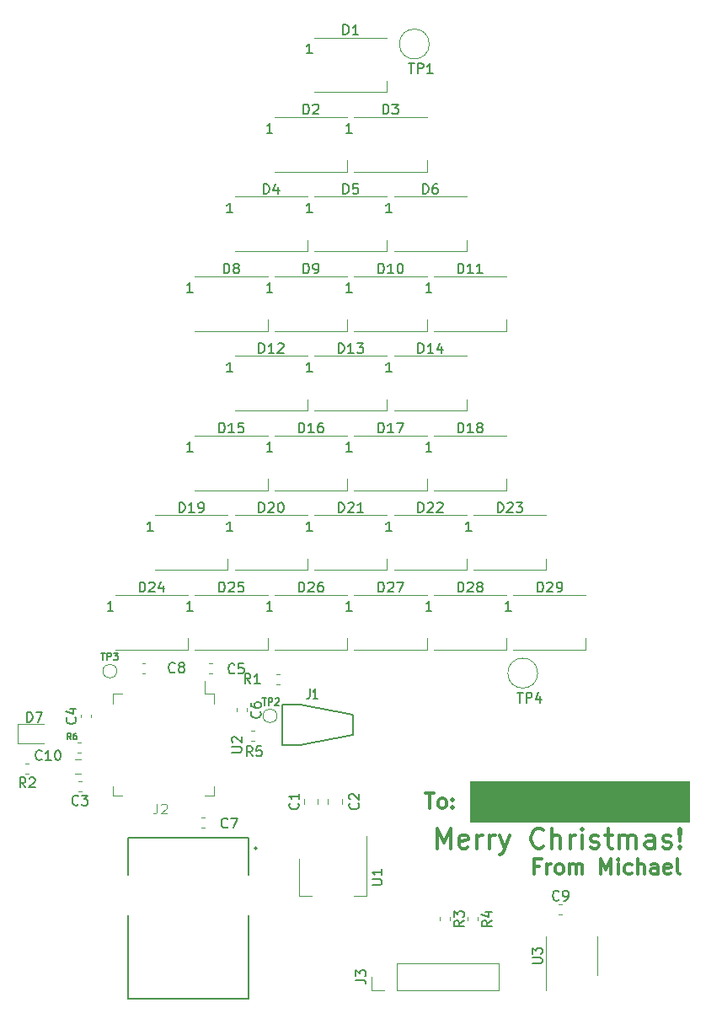
<source format=gbr>
%TF.GenerationSoftware,KiCad,Pcbnew,5.1.6-1.fc32*%
%TF.CreationDate,2020-11-21T02:42:39+01:00*%
%TF.ProjectId,christmas-card,63687269-7374-46d6-9173-2d636172642e,rev?*%
%TF.SameCoordinates,Original*%
%TF.FileFunction,Legend,Top*%
%TF.FilePolarity,Positive*%
%FSLAX46Y46*%
G04 Gerber Fmt 4.6, Leading zero omitted, Abs format (unit mm)*
G04 Created by KiCad (PCBNEW 5.1.6-1.fc32) date 2020-11-21 02:42:39*
%MOMM*%
%LPD*%
G01*
G04 APERTURE LIST*
%ADD10C,0.100000*%
%ADD11C,0.300000*%
%ADD12C,0.120000*%
%ADD13C,0.200000*%
%ADD14C,0.203200*%
%ADD15C,0.150000*%
%ADD16C,0.015000*%
%ADD17C,0.190500*%
G04 APERTURE END LIST*
D10*
G36*
X169000000Y-152000000D02*
G01*
X147000000Y-152000000D01*
X147000000Y-148000000D01*
X169000000Y-148000000D01*
X169000000Y-152000000D01*
G37*
X169000000Y-152000000D02*
X147000000Y-152000000D01*
X147000000Y-148000000D01*
X169000000Y-148000000D01*
X169000000Y-152000000D01*
D11*
X153950000Y-156492857D02*
X153450000Y-156492857D01*
X153450000Y-157278571D02*
X153450000Y-155778571D01*
X154164285Y-155778571D01*
X154735714Y-157278571D02*
X154735714Y-156278571D01*
X154735714Y-156564285D02*
X154807142Y-156421428D01*
X154878571Y-156350000D01*
X155021428Y-156278571D01*
X155164285Y-156278571D01*
X155878571Y-157278571D02*
X155735714Y-157207142D01*
X155664285Y-157135714D01*
X155592857Y-156992857D01*
X155592857Y-156564285D01*
X155664285Y-156421428D01*
X155735714Y-156350000D01*
X155878571Y-156278571D01*
X156092857Y-156278571D01*
X156235714Y-156350000D01*
X156307142Y-156421428D01*
X156378571Y-156564285D01*
X156378571Y-156992857D01*
X156307142Y-157135714D01*
X156235714Y-157207142D01*
X156092857Y-157278571D01*
X155878571Y-157278571D01*
X157021428Y-157278571D02*
X157021428Y-156278571D01*
X157021428Y-156421428D02*
X157092857Y-156350000D01*
X157235714Y-156278571D01*
X157450000Y-156278571D01*
X157592857Y-156350000D01*
X157664285Y-156492857D01*
X157664285Y-157278571D01*
X157664285Y-156492857D02*
X157735714Y-156350000D01*
X157878571Y-156278571D01*
X158092857Y-156278571D01*
X158235714Y-156350000D01*
X158307142Y-156492857D01*
X158307142Y-157278571D01*
X160164285Y-157278571D02*
X160164285Y-155778571D01*
X160664285Y-156850000D01*
X161164285Y-155778571D01*
X161164285Y-157278571D01*
X161878571Y-157278571D02*
X161878571Y-156278571D01*
X161878571Y-155778571D02*
X161807142Y-155850000D01*
X161878571Y-155921428D01*
X161950000Y-155850000D01*
X161878571Y-155778571D01*
X161878571Y-155921428D01*
X163235714Y-157207142D02*
X163092857Y-157278571D01*
X162807142Y-157278571D01*
X162664285Y-157207142D01*
X162592857Y-157135714D01*
X162521428Y-156992857D01*
X162521428Y-156564285D01*
X162592857Y-156421428D01*
X162664285Y-156350000D01*
X162807142Y-156278571D01*
X163092857Y-156278571D01*
X163235714Y-156350000D01*
X163878571Y-157278571D02*
X163878571Y-155778571D01*
X164521428Y-157278571D02*
X164521428Y-156492857D01*
X164450000Y-156350000D01*
X164307142Y-156278571D01*
X164092857Y-156278571D01*
X163950000Y-156350000D01*
X163878571Y-156421428D01*
X165878571Y-157278571D02*
X165878571Y-156492857D01*
X165807142Y-156350000D01*
X165664285Y-156278571D01*
X165378571Y-156278571D01*
X165235714Y-156350000D01*
X165878571Y-157207142D02*
X165735714Y-157278571D01*
X165378571Y-157278571D01*
X165235714Y-157207142D01*
X165164285Y-157064285D01*
X165164285Y-156921428D01*
X165235714Y-156778571D01*
X165378571Y-156707142D01*
X165735714Y-156707142D01*
X165878571Y-156635714D01*
X167164285Y-157207142D02*
X167021428Y-157278571D01*
X166735714Y-157278571D01*
X166592857Y-157207142D01*
X166521428Y-157064285D01*
X166521428Y-156492857D01*
X166592857Y-156350000D01*
X166735714Y-156278571D01*
X167021428Y-156278571D01*
X167164285Y-156350000D01*
X167235714Y-156492857D01*
X167235714Y-156635714D01*
X166521428Y-156778571D01*
X168092857Y-157278571D02*
X167950000Y-157207142D01*
X167878571Y-157064285D01*
X167878571Y-155778571D01*
X142535714Y-149178571D02*
X143392857Y-149178571D01*
X142964285Y-150678571D02*
X142964285Y-149178571D01*
X144107142Y-150678571D02*
X143964285Y-150607142D01*
X143892857Y-150535714D01*
X143821428Y-150392857D01*
X143821428Y-149964285D01*
X143892857Y-149821428D01*
X143964285Y-149750000D01*
X144107142Y-149678571D01*
X144321428Y-149678571D01*
X144464285Y-149750000D01*
X144535714Y-149821428D01*
X144607142Y-149964285D01*
X144607142Y-150392857D01*
X144535714Y-150535714D01*
X144464285Y-150607142D01*
X144321428Y-150678571D01*
X144107142Y-150678571D01*
X145250000Y-150535714D02*
X145321428Y-150607142D01*
X145250000Y-150678571D01*
X145178571Y-150607142D01*
X145250000Y-150535714D01*
X145250000Y-150678571D01*
X145250000Y-149750000D02*
X145321428Y-149821428D01*
X145250000Y-149892857D01*
X145178571Y-149821428D01*
X145250000Y-149750000D01*
X145250000Y-149892857D01*
X143709523Y-154704761D02*
X143709523Y-152704761D01*
X144376190Y-154133333D01*
X145042857Y-152704761D01*
X145042857Y-154704761D01*
X146757142Y-154609523D02*
X146566666Y-154704761D01*
X146185714Y-154704761D01*
X145995238Y-154609523D01*
X145900000Y-154419047D01*
X145900000Y-153657142D01*
X145995238Y-153466666D01*
X146185714Y-153371428D01*
X146566666Y-153371428D01*
X146757142Y-153466666D01*
X146852380Y-153657142D01*
X146852380Y-153847619D01*
X145900000Y-154038095D01*
X147709523Y-154704761D02*
X147709523Y-153371428D01*
X147709523Y-153752380D02*
X147804761Y-153561904D01*
X147900000Y-153466666D01*
X148090476Y-153371428D01*
X148280952Y-153371428D01*
X148947619Y-154704761D02*
X148947619Y-153371428D01*
X148947619Y-153752380D02*
X149042857Y-153561904D01*
X149138095Y-153466666D01*
X149328571Y-153371428D01*
X149519047Y-153371428D01*
X149995238Y-153371428D02*
X150471428Y-154704761D01*
X150947619Y-153371428D02*
X150471428Y-154704761D01*
X150280952Y-155180952D01*
X150185714Y-155276190D01*
X149995238Y-155371428D01*
X154376190Y-154514285D02*
X154280952Y-154609523D01*
X153995238Y-154704761D01*
X153804761Y-154704761D01*
X153519047Y-154609523D01*
X153328571Y-154419047D01*
X153233333Y-154228571D01*
X153138095Y-153847619D01*
X153138095Y-153561904D01*
X153233333Y-153180952D01*
X153328571Y-152990476D01*
X153519047Y-152800000D01*
X153804761Y-152704761D01*
X153995238Y-152704761D01*
X154280952Y-152800000D01*
X154376190Y-152895238D01*
X155233333Y-154704761D02*
X155233333Y-152704761D01*
X156090476Y-154704761D02*
X156090476Y-153657142D01*
X155995238Y-153466666D01*
X155804761Y-153371428D01*
X155519047Y-153371428D01*
X155328571Y-153466666D01*
X155233333Y-153561904D01*
X157042857Y-154704761D02*
X157042857Y-153371428D01*
X157042857Y-153752380D02*
X157138095Y-153561904D01*
X157233333Y-153466666D01*
X157423809Y-153371428D01*
X157614285Y-153371428D01*
X158280952Y-154704761D02*
X158280952Y-153371428D01*
X158280952Y-152704761D02*
X158185714Y-152800000D01*
X158280952Y-152895238D01*
X158376190Y-152800000D01*
X158280952Y-152704761D01*
X158280952Y-152895238D01*
X159138095Y-154609523D02*
X159328571Y-154704761D01*
X159709523Y-154704761D01*
X159900000Y-154609523D01*
X159995238Y-154419047D01*
X159995238Y-154323809D01*
X159900000Y-154133333D01*
X159709523Y-154038095D01*
X159423809Y-154038095D01*
X159233333Y-153942857D01*
X159138095Y-153752380D01*
X159138095Y-153657142D01*
X159233333Y-153466666D01*
X159423809Y-153371428D01*
X159709523Y-153371428D01*
X159900000Y-153466666D01*
X160566666Y-153371428D02*
X161328571Y-153371428D01*
X160852380Y-152704761D02*
X160852380Y-154419047D01*
X160947619Y-154609523D01*
X161138095Y-154704761D01*
X161328571Y-154704761D01*
X161995238Y-154704761D02*
X161995238Y-153371428D01*
X161995238Y-153561904D02*
X162090476Y-153466666D01*
X162280952Y-153371428D01*
X162566666Y-153371428D01*
X162757142Y-153466666D01*
X162852380Y-153657142D01*
X162852380Y-154704761D01*
X162852380Y-153657142D02*
X162947619Y-153466666D01*
X163138095Y-153371428D01*
X163423809Y-153371428D01*
X163614285Y-153466666D01*
X163709523Y-153657142D01*
X163709523Y-154704761D01*
X165519047Y-154704761D02*
X165519047Y-153657142D01*
X165423809Y-153466666D01*
X165233333Y-153371428D01*
X164852380Y-153371428D01*
X164661904Y-153466666D01*
X165519047Y-154609523D02*
X165328571Y-154704761D01*
X164852380Y-154704761D01*
X164661904Y-154609523D01*
X164566666Y-154419047D01*
X164566666Y-154228571D01*
X164661904Y-154038095D01*
X164852380Y-153942857D01*
X165328571Y-153942857D01*
X165519047Y-153847619D01*
X166376190Y-154609523D02*
X166566666Y-154704761D01*
X166947619Y-154704761D01*
X167138095Y-154609523D01*
X167233333Y-154419047D01*
X167233333Y-154323809D01*
X167138095Y-154133333D01*
X166947619Y-154038095D01*
X166661904Y-154038095D01*
X166471428Y-153942857D01*
X166376190Y-153752380D01*
X166376190Y-153657142D01*
X166471428Y-153466666D01*
X166661904Y-153371428D01*
X166947619Y-153371428D01*
X167138095Y-153466666D01*
X168090476Y-154514285D02*
X168185714Y-154609523D01*
X168090476Y-154704761D01*
X167995238Y-154609523D01*
X168090476Y-154514285D01*
X168090476Y-154704761D01*
X168090476Y-153942857D02*
X167995238Y-152800000D01*
X168090476Y-152704761D01*
X168185714Y-152800000D01*
X168090476Y-153942857D01*
X168090476Y-152704761D01*
D12*
%TO.C,C9*%
X155937221Y-160290000D02*
X156262779Y-160290000D01*
X155937221Y-161310000D02*
X156262779Y-161310000D01*
%TO.C,U3*%
X159760000Y-165500000D02*
X159760000Y-163550000D01*
X159760000Y-165500000D02*
X159760000Y-167450000D01*
X154640000Y-165500000D02*
X154640000Y-163550000D01*
X154640000Y-165500000D02*
X154640000Y-168950000D01*
%TO.C,TP3*%
X111500000Y-136900000D02*
G75*
G03*
X111500000Y-136900000I-700000J0D01*
G01*
%TO.C,TP2*%
X127600000Y-141400000D02*
G75*
G03*
X127600000Y-141400000I-700000J0D01*
G01*
%TO.C,TP4*%
X153800000Y-137100000D02*
G75*
G03*
X153800000Y-137100000I-1500000J0D01*
G01*
%TO.C,TP1*%
X142900000Y-73900000D02*
G75*
G03*
X142900000Y-73900000I-1500000J0D01*
G01*
%TO.C,R6*%
X107862779Y-145110000D02*
X107537221Y-145110000D01*
X107862779Y-144090000D02*
X107537221Y-144090000D01*
%TO.C,R5*%
X125037221Y-142890000D02*
X125362779Y-142890000D01*
X125037221Y-143910000D02*
X125362779Y-143910000D01*
%TO.C,R4*%
X147810000Y-161637221D02*
X147810000Y-161962779D01*
X146790000Y-161637221D02*
X146790000Y-161962779D01*
%TO.C,R3*%
X145010000Y-161637221D02*
X145010000Y-161962779D01*
X143990000Y-161637221D02*
X143990000Y-161962779D01*
%TO.C,U2*%
X111090000Y-148460000D02*
X111090000Y-149410000D01*
X111090000Y-149410000D02*
X112040000Y-149410000D01*
X111090000Y-140140000D02*
X111090000Y-139190000D01*
X111090000Y-139190000D02*
X112040000Y-139190000D01*
X121310000Y-148460000D02*
X121310000Y-149410000D01*
X121310000Y-149410000D02*
X120360000Y-149410000D01*
X121310000Y-140140000D02*
X121310000Y-139190000D01*
X121310000Y-139190000D02*
X120360000Y-139190000D01*
X120360000Y-139190000D02*
X120360000Y-137850000D01*
%TO.C,U1*%
X129790000Y-159510000D02*
X131050000Y-159510000D01*
X136610000Y-159510000D02*
X135350000Y-159510000D01*
X129790000Y-155750000D02*
X129790000Y-159510000D01*
X136610000Y-153500000D02*
X136610000Y-159510000D01*
%TO.C,R2*%
X102662779Y-147210000D02*
X102337221Y-147210000D01*
X102662779Y-146190000D02*
X102337221Y-146190000D01*
%TO.C,R1*%
X127862779Y-138210000D02*
X127537221Y-138210000D01*
X127862779Y-137190000D02*
X127537221Y-137190000D01*
D13*
%TO.C,J2*%
X112650000Y-153600000D02*
X124750000Y-153600000D01*
X124750000Y-153600000D02*
X124750000Y-157390000D01*
X124750000Y-161410000D02*
X124750000Y-169800000D01*
X124750000Y-169800000D02*
X112650000Y-169800000D01*
X112650000Y-169800000D02*
X112650000Y-161410000D01*
X112650000Y-157390000D02*
X112650000Y-153600000D01*
X125550000Y-154700000D02*
G75*
G03*
X125550000Y-154700000I-100000J0D01*
G01*
D12*
%TO.C,J3*%
X149890000Y-168930000D02*
X149890000Y-166270000D01*
X139670000Y-168930000D02*
X149890000Y-168930000D01*
X139670000Y-166270000D02*
X149890000Y-166270000D01*
X139670000Y-168930000D02*
X139670000Y-166270000D01*
X138400000Y-168930000D02*
X137070000Y-168930000D01*
X137070000Y-168930000D02*
X137070000Y-167600000D01*
D14*
%TO.C,J1*%
X129882000Y-140268000D02*
X135216000Y-141284000D01*
X128104000Y-140268000D02*
X129882000Y-140268000D01*
X128104000Y-144332000D02*
X128104000Y-140268000D01*
X129882000Y-144332000D02*
X128104000Y-144332000D01*
X135216000Y-143316000D02*
X129882000Y-144332000D01*
X135216000Y-141284000D02*
X135216000Y-143316000D01*
D12*
%TO.C,D29*%
X151350000Y-129250000D02*
X158650000Y-129250000D01*
X151350000Y-134750000D02*
X158650000Y-134750000D01*
X158650000Y-134750000D02*
X158650000Y-133600000D01*
%TO.C,D23*%
X147350000Y-121250000D02*
X154650000Y-121250000D01*
X147350000Y-126750000D02*
X154650000Y-126750000D01*
X154650000Y-126750000D02*
X154650000Y-125600000D01*
%TO.C,D28*%
X143350000Y-129250000D02*
X150650000Y-129250000D01*
X143350000Y-134750000D02*
X150650000Y-134750000D01*
X150650000Y-134750000D02*
X150650000Y-133600000D01*
%TO.C,D18*%
X143350000Y-113250000D02*
X150650000Y-113250000D01*
X143350000Y-118750000D02*
X150650000Y-118750000D01*
X150650000Y-118750000D02*
X150650000Y-117600000D01*
%TO.C,D11*%
X143350000Y-97250000D02*
X150650000Y-97250000D01*
X143350000Y-102750000D02*
X150650000Y-102750000D01*
X150650000Y-102750000D02*
X150650000Y-101600000D01*
%TO.C,D14*%
X139350000Y-105250000D02*
X146650000Y-105250000D01*
X139350000Y-110750000D02*
X146650000Y-110750000D01*
X146650000Y-110750000D02*
X146650000Y-109600000D01*
%TO.C,D22*%
X139350000Y-121250000D02*
X146650000Y-121250000D01*
X139350000Y-126750000D02*
X146650000Y-126750000D01*
X146650000Y-126750000D02*
X146650000Y-125600000D01*
%TO.C,D6*%
X139350000Y-89250000D02*
X146650000Y-89250000D01*
X139350000Y-94750000D02*
X146650000Y-94750000D01*
X146650000Y-94750000D02*
X146650000Y-93600000D01*
%TO.C,D27*%
X135350000Y-129250000D02*
X142650000Y-129250000D01*
X135350000Y-134750000D02*
X142650000Y-134750000D01*
X142650000Y-134750000D02*
X142650000Y-133600000D01*
%TO.C,D17*%
X135350000Y-113250000D02*
X142650000Y-113250000D01*
X135350000Y-118750000D02*
X142650000Y-118750000D01*
X142650000Y-118750000D02*
X142650000Y-117600000D01*
%TO.C,D10*%
X135350000Y-97250000D02*
X142650000Y-97250000D01*
X135350000Y-102750000D02*
X142650000Y-102750000D01*
X142650000Y-102750000D02*
X142650000Y-101600000D01*
%TO.C,D3*%
X135350000Y-81250000D02*
X142650000Y-81250000D01*
X135350000Y-86750000D02*
X142650000Y-86750000D01*
X142650000Y-86750000D02*
X142650000Y-85600000D01*
%TO.C,D21*%
X131350000Y-121250000D02*
X138650000Y-121250000D01*
X131350000Y-126750000D02*
X138650000Y-126750000D01*
X138650000Y-126750000D02*
X138650000Y-125600000D01*
%TO.C,D13*%
X131350000Y-105250000D02*
X138650000Y-105250000D01*
X131350000Y-110750000D02*
X138650000Y-110750000D01*
X138650000Y-110750000D02*
X138650000Y-109600000D01*
%TO.C,D5*%
X131350000Y-89250000D02*
X138650000Y-89250000D01*
X131350000Y-94750000D02*
X138650000Y-94750000D01*
X138650000Y-94750000D02*
X138650000Y-93600000D01*
%TO.C,D1*%
X131350000Y-73250000D02*
X138650000Y-73250000D01*
X131350000Y-78750000D02*
X138650000Y-78750000D01*
X138650000Y-78750000D02*
X138650000Y-77600000D01*
%TO.C,D26*%
X127350000Y-129250000D02*
X134650000Y-129250000D01*
X127350000Y-134750000D02*
X134650000Y-134750000D01*
X134650000Y-134750000D02*
X134650000Y-133600000D01*
%TO.C,D16*%
X127350000Y-113250000D02*
X134650000Y-113250000D01*
X127350000Y-118750000D02*
X134650000Y-118750000D01*
X134650000Y-118750000D02*
X134650000Y-117600000D01*
%TO.C,D9*%
X127350000Y-97250000D02*
X134650000Y-97250000D01*
X127350000Y-102750000D02*
X134650000Y-102750000D01*
X134650000Y-102750000D02*
X134650000Y-101600000D01*
%TO.C,D2*%
X127350000Y-81250000D02*
X134650000Y-81250000D01*
X127350000Y-86750000D02*
X134650000Y-86750000D01*
X134650000Y-86750000D02*
X134650000Y-85600000D01*
%TO.C,D20*%
X123350000Y-121250000D02*
X130650000Y-121250000D01*
X123350000Y-126750000D02*
X130650000Y-126750000D01*
X130650000Y-126750000D02*
X130650000Y-125600000D01*
%TO.C,D12*%
X123350000Y-105250000D02*
X130650000Y-105250000D01*
X123350000Y-110750000D02*
X130650000Y-110750000D01*
X130650000Y-110750000D02*
X130650000Y-109600000D01*
%TO.C,D4*%
X123350000Y-89250000D02*
X130650000Y-89250000D01*
X123350000Y-94750000D02*
X130650000Y-94750000D01*
X130650000Y-94750000D02*
X130650000Y-93600000D01*
%TO.C,D15*%
X119350000Y-113250000D02*
X126650000Y-113250000D01*
X119350000Y-118750000D02*
X126650000Y-118750000D01*
X126650000Y-118750000D02*
X126650000Y-117600000D01*
%TO.C,D25*%
X119350000Y-129250000D02*
X126650000Y-129250000D01*
X119350000Y-134750000D02*
X126650000Y-134750000D01*
X126650000Y-134750000D02*
X126650000Y-133600000D01*
%TO.C,D8*%
X119350000Y-97250000D02*
X126650000Y-97250000D01*
X119350000Y-102750000D02*
X126650000Y-102750000D01*
X126650000Y-102750000D02*
X126650000Y-101600000D01*
%TO.C,D19*%
X115350000Y-121250000D02*
X122650000Y-121250000D01*
X115350000Y-126750000D02*
X122650000Y-126750000D01*
X122650000Y-126750000D02*
X122650000Y-125600000D01*
%TO.C,D24*%
X111350000Y-129250000D02*
X118650000Y-129250000D01*
X111350000Y-134750000D02*
X118650000Y-134750000D01*
X118650000Y-134750000D02*
X118650000Y-133600000D01*
%TO.C,D7*%
X104200000Y-142240000D02*
X101515000Y-142240000D01*
X101515000Y-142240000D02*
X101515000Y-144160000D01*
X101515000Y-144160000D02*
X104200000Y-144160000D01*
%TO.C,C8*%
X114037221Y-136090000D02*
X114362779Y-136090000D01*
X114037221Y-137110000D02*
X114362779Y-137110000D01*
%TO.C,C7*%
X120362779Y-152610000D02*
X120037221Y-152610000D01*
X120362779Y-151590000D02*
X120037221Y-151590000D01*
%TO.C,C6*%
X124610000Y-140637221D02*
X124610000Y-140962779D01*
X123590000Y-140637221D02*
X123590000Y-140962779D01*
%TO.C,C10*%
X107341422Y-145790000D02*
X107858578Y-145790000D01*
X107341422Y-147210000D02*
X107858578Y-147210000D01*
%TO.C,C5*%
X120737221Y-136090000D02*
X121062779Y-136090000D01*
X120737221Y-137110000D02*
X121062779Y-137110000D01*
%TO.C,C4*%
X107890000Y-141562779D02*
X107890000Y-141237221D01*
X108910000Y-141562779D02*
X108910000Y-141237221D01*
%TO.C,C3*%
X107962779Y-149010000D02*
X107637221Y-149010000D01*
X107962779Y-147990000D02*
X107637221Y-147990000D01*
%TO.C,C2*%
X132690000Y-150258578D02*
X132690000Y-149741422D01*
X134110000Y-150258578D02*
X134110000Y-149741422D01*
%TO.C,C1*%
X130290000Y-150258578D02*
X130290000Y-149741422D01*
X131710000Y-150258578D02*
X131710000Y-149741422D01*
%TO.C,C9*%
D15*
X155933333Y-159857142D02*
X155885714Y-159904761D01*
X155742857Y-159952380D01*
X155647619Y-159952380D01*
X155504761Y-159904761D01*
X155409523Y-159809523D01*
X155361904Y-159714285D01*
X155314285Y-159523809D01*
X155314285Y-159380952D01*
X155361904Y-159190476D01*
X155409523Y-159095238D01*
X155504761Y-159000000D01*
X155647619Y-158952380D01*
X155742857Y-158952380D01*
X155885714Y-159000000D01*
X155933333Y-159047619D01*
X156409523Y-159952380D02*
X156600000Y-159952380D01*
X156695238Y-159904761D01*
X156742857Y-159857142D01*
X156838095Y-159714285D01*
X156885714Y-159523809D01*
X156885714Y-159142857D01*
X156838095Y-159047619D01*
X156790476Y-159000000D01*
X156695238Y-158952380D01*
X156504761Y-158952380D01*
X156409523Y-159000000D01*
X156361904Y-159047619D01*
X156314285Y-159142857D01*
X156314285Y-159380952D01*
X156361904Y-159476190D01*
X156409523Y-159523809D01*
X156504761Y-159571428D01*
X156695238Y-159571428D01*
X156790476Y-159523809D01*
X156838095Y-159476190D01*
X156885714Y-159380952D01*
%TO.C,U3*%
X153252380Y-166261904D02*
X154061904Y-166261904D01*
X154157142Y-166214285D01*
X154204761Y-166166666D01*
X154252380Y-166071428D01*
X154252380Y-165880952D01*
X154204761Y-165785714D01*
X154157142Y-165738095D01*
X154061904Y-165690476D01*
X153252380Y-165690476D01*
X153252380Y-165309523D02*
X153252380Y-164690476D01*
X153633333Y-165023809D01*
X153633333Y-164880952D01*
X153680952Y-164785714D01*
X153728571Y-164738095D01*
X153823809Y-164690476D01*
X154061904Y-164690476D01*
X154157142Y-164738095D01*
X154204761Y-164785714D01*
X154252380Y-164880952D01*
X154252380Y-165166666D01*
X154204761Y-165261904D01*
X154157142Y-165309523D01*
%TO.C,TP3*%
X109916666Y-135068666D02*
X110316666Y-135068666D01*
X110116666Y-135768666D02*
X110116666Y-135068666D01*
X110550000Y-135768666D02*
X110550000Y-135068666D01*
X110816666Y-135068666D01*
X110883333Y-135102000D01*
X110916666Y-135135333D01*
X110950000Y-135202000D01*
X110950000Y-135302000D01*
X110916666Y-135368666D01*
X110883333Y-135402000D01*
X110816666Y-135435333D01*
X110550000Y-135435333D01*
X111183333Y-135068666D02*
X111616666Y-135068666D01*
X111383333Y-135335333D01*
X111483333Y-135335333D01*
X111550000Y-135368666D01*
X111583333Y-135402000D01*
X111616666Y-135468666D01*
X111616666Y-135635333D01*
X111583333Y-135702000D01*
X111550000Y-135735333D01*
X111483333Y-135768666D01*
X111283333Y-135768666D01*
X111216666Y-135735333D01*
X111183333Y-135702000D01*
%TO.C,TP2*%
X126116666Y-139616666D02*
X126516666Y-139616666D01*
X126316666Y-140316666D02*
X126316666Y-139616666D01*
X126750000Y-140316666D02*
X126750000Y-139616666D01*
X127016666Y-139616666D01*
X127083333Y-139650000D01*
X127116666Y-139683333D01*
X127150000Y-139750000D01*
X127150000Y-139850000D01*
X127116666Y-139916666D01*
X127083333Y-139950000D01*
X127016666Y-139983333D01*
X126750000Y-139983333D01*
X127416666Y-139683333D02*
X127450000Y-139650000D01*
X127516666Y-139616666D01*
X127683333Y-139616666D01*
X127750000Y-139650000D01*
X127783333Y-139683333D01*
X127816666Y-139750000D01*
X127816666Y-139816666D01*
X127783333Y-139916666D01*
X127383333Y-140316666D01*
X127816666Y-140316666D01*
%TO.C,TP4*%
X151738095Y-139052380D02*
X152309523Y-139052380D01*
X152023809Y-140052380D02*
X152023809Y-139052380D01*
X152642857Y-140052380D02*
X152642857Y-139052380D01*
X153023809Y-139052380D01*
X153119047Y-139100000D01*
X153166666Y-139147619D01*
X153214285Y-139242857D01*
X153214285Y-139385714D01*
X153166666Y-139480952D01*
X153119047Y-139528571D01*
X153023809Y-139576190D01*
X152642857Y-139576190D01*
X154071428Y-139385714D02*
X154071428Y-140052380D01*
X153833333Y-139004761D02*
X153595238Y-139719047D01*
X154214285Y-139719047D01*
%TO.C,TP1*%
X140838095Y-75852380D02*
X141409523Y-75852380D01*
X141123809Y-76852380D02*
X141123809Y-75852380D01*
X141742857Y-76852380D02*
X141742857Y-75852380D01*
X142123809Y-75852380D01*
X142219047Y-75900000D01*
X142266666Y-75947619D01*
X142314285Y-76042857D01*
X142314285Y-76185714D01*
X142266666Y-76280952D01*
X142219047Y-76328571D01*
X142123809Y-76376190D01*
X141742857Y-76376190D01*
X143266666Y-76852380D02*
X142695238Y-76852380D01*
X142980952Y-76852380D02*
X142980952Y-75852380D01*
X142885714Y-75995238D01*
X142790476Y-76090476D01*
X142695238Y-76138095D01*
%TO.C,R6*%
X106900000Y-143771428D02*
X106700000Y-143485714D01*
X106557142Y-143771428D02*
X106557142Y-143171428D01*
X106785714Y-143171428D01*
X106842857Y-143200000D01*
X106871428Y-143228571D01*
X106900000Y-143285714D01*
X106900000Y-143371428D01*
X106871428Y-143428571D01*
X106842857Y-143457142D01*
X106785714Y-143485714D01*
X106557142Y-143485714D01*
X107414285Y-143171428D02*
X107300000Y-143171428D01*
X107242857Y-143200000D01*
X107214285Y-143228571D01*
X107157142Y-143314285D01*
X107128571Y-143428571D01*
X107128571Y-143657142D01*
X107157142Y-143714285D01*
X107185714Y-143742857D01*
X107242857Y-143771428D01*
X107357142Y-143771428D01*
X107414285Y-143742857D01*
X107442857Y-143714285D01*
X107471428Y-143657142D01*
X107471428Y-143514285D01*
X107442857Y-143457142D01*
X107414285Y-143428571D01*
X107357142Y-143400000D01*
X107242857Y-143400000D01*
X107185714Y-143428571D01*
X107157142Y-143457142D01*
X107128571Y-143514285D01*
%TO.C,R5*%
X125133333Y-145452380D02*
X124800000Y-144976190D01*
X124561904Y-145452380D02*
X124561904Y-144452380D01*
X124942857Y-144452380D01*
X125038095Y-144500000D01*
X125085714Y-144547619D01*
X125133333Y-144642857D01*
X125133333Y-144785714D01*
X125085714Y-144880952D01*
X125038095Y-144928571D01*
X124942857Y-144976190D01*
X124561904Y-144976190D01*
X126038095Y-144452380D02*
X125561904Y-144452380D01*
X125514285Y-144928571D01*
X125561904Y-144880952D01*
X125657142Y-144833333D01*
X125895238Y-144833333D01*
X125990476Y-144880952D01*
X126038095Y-144928571D01*
X126085714Y-145023809D01*
X126085714Y-145261904D01*
X126038095Y-145357142D01*
X125990476Y-145404761D01*
X125895238Y-145452380D01*
X125657142Y-145452380D01*
X125561904Y-145404761D01*
X125514285Y-145357142D01*
%TO.C,R4*%
X149182380Y-161966666D02*
X148706190Y-162300000D01*
X149182380Y-162538095D02*
X148182380Y-162538095D01*
X148182380Y-162157142D01*
X148230000Y-162061904D01*
X148277619Y-162014285D01*
X148372857Y-161966666D01*
X148515714Y-161966666D01*
X148610952Y-162014285D01*
X148658571Y-162061904D01*
X148706190Y-162157142D01*
X148706190Y-162538095D01*
X148515714Y-161109523D02*
X149182380Y-161109523D01*
X148134761Y-161347619D02*
X148849047Y-161585714D01*
X148849047Y-160966666D01*
%TO.C,R3*%
X146382380Y-161966666D02*
X145906190Y-162300000D01*
X146382380Y-162538095D02*
X145382380Y-162538095D01*
X145382380Y-162157142D01*
X145430000Y-162061904D01*
X145477619Y-162014285D01*
X145572857Y-161966666D01*
X145715714Y-161966666D01*
X145810952Y-162014285D01*
X145858571Y-162061904D01*
X145906190Y-162157142D01*
X145906190Y-162538095D01*
X145382380Y-161633333D02*
X145382380Y-161014285D01*
X145763333Y-161347619D01*
X145763333Y-161204761D01*
X145810952Y-161109523D01*
X145858571Y-161061904D01*
X145953809Y-161014285D01*
X146191904Y-161014285D01*
X146287142Y-161061904D01*
X146334761Y-161109523D01*
X146382380Y-161204761D01*
X146382380Y-161490476D01*
X146334761Y-161585714D01*
X146287142Y-161633333D01*
%TO.C,U2*%
X123052380Y-145061904D02*
X123861904Y-145061904D01*
X123957142Y-145014285D01*
X124004761Y-144966666D01*
X124052380Y-144871428D01*
X124052380Y-144680952D01*
X124004761Y-144585714D01*
X123957142Y-144538095D01*
X123861904Y-144490476D01*
X123052380Y-144490476D01*
X123147619Y-144061904D02*
X123100000Y-144014285D01*
X123052380Y-143919047D01*
X123052380Y-143680952D01*
X123100000Y-143585714D01*
X123147619Y-143538095D01*
X123242857Y-143490476D01*
X123338095Y-143490476D01*
X123480952Y-143538095D01*
X124052380Y-144109523D01*
X124052380Y-143490476D01*
%TO.C,U1*%
X137152380Y-158361904D02*
X137961904Y-158361904D01*
X138057142Y-158314285D01*
X138104761Y-158266666D01*
X138152380Y-158171428D01*
X138152380Y-157980952D01*
X138104761Y-157885714D01*
X138057142Y-157838095D01*
X137961904Y-157790476D01*
X137152380Y-157790476D01*
X138152380Y-156790476D02*
X138152380Y-157361904D01*
X138152380Y-157076190D02*
X137152380Y-157076190D01*
X137295238Y-157171428D01*
X137390476Y-157266666D01*
X137438095Y-157361904D01*
%TO.C,R2*%
X102333333Y-148582380D02*
X102000000Y-148106190D01*
X101761904Y-148582380D02*
X101761904Y-147582380D01*
X102142857Y-147582380D01*
X102238095Y-147630000D01*
X102285714Y-147677619D01*
X102333333Y-147772857D01*
X102333333Y-147915714D01*
X102285714Y-148010952D01*
X102238095Y-148058571D01*
X102142857Y-148106190D01*
X101761904Y-148106190D01*
X102714285Y-147677619D02*
X102761904Y-147630000D01*
X102857142Y-147582380D01*
X103095238Y-147582380D01*
X103190476Y-147630000D01*
X103238095Y-147677619D01*
X103285714Y-147772857D01*
X103285714Y-147868095D01*
X103238095Y-148010952D01*
X102666666Y-148582380D01*
X103285714Y-148582380D01*
%TO.C,R1*%
X124933333Y-138152380D02*
X124600000Y-137676190D01*
X124361904Y-138152380D02*
X124361904Y-137152380D01*
X124742857Y-137152380D01*
X124838095Y-137200000D01*
X124885714Y-137247619D01*
X124933333Y-137342857D01*
X124933333Y-137485714D01*
X124885714Y-137580952D01*
X124838095Y-137628571D01*
X124742857Y-137676190D01*
X124361904Y-137676190D01*
X125885714Y-138152380D02*
X125314285Y-138152380D01*
X125600000Y-138152380D02*
X125600000Y-137152380D01*
X125504761Y-137295238D01*
X125409523Y-137390476D01*
X125314285Y-137438095D01*
%TO.C,J2*%
D16*
X115541666Y-150217380D02*
X115541666Y-150931666D01*
X115494047Y-151074523D01*
X115398809Y-151169761D01*
X115255952Y-151217380D01*
X115160714Y-151217380D01*
X115970238Y-150312619D02*
X116017857Y-150265000D01*
X116113095Y-150217380D01*
X116351190Y-150217380D01*
X116446428Y-150265000D01*
X116494047Y-150312619D01*
X116541666Y-150407857D01*
X116541666Y-150503095D01*
X116494047Y-150645952D01*
X115922619Y-151217380D01*
X116541666Y-151217380D01*
%TO.C,J3*%
D15*
X135522380Y-167933333D02*
X136236666Y-167933333D01*
X136379523Y-167980952D01*
X136474761Y-168076190D01*
X136522380Y-168219047D01*
X136522380Y-168314285D01*
X135522380Y-167552380D02*
X135522380Y-166933333D01*
X135903333Y-167266666D01*
X135903333Y-167123809D01*
X135950952Y-167028571D01*
X135998571Y-166980952D01*
X136093809Y-166933333D01*
X136331904Y-166933333D01*
X136427142Y-166980952D01*
X136474761Y-167028571D01*
X136522380Y-167123809D01*
X136522380Y-167409523D01*
X136474761Y-167504761D01*
X136427142Y-167552380D01*
%TO.C,J1*%
D17*
X130898000Y-138695619D02*
X130898000Y-139421333D01*
X130861714Y-139566476D01*
X130789142Y-139663238D01*
X130680285Y-139711619D01*
X130607714Y-139711619D01*
X131660000Y-139711619D02*
X131224571Y-139711619D01*
X131442285Y-139711619D02*
X131442285Y-138695619D01*
X131369714Y-138840761D01*
X131297142Y-138937523D01*
X131224571Y-138985904D01*
%TO.C,D29*%
D15*
X153785714Y-128952380D02*
X153785714Y-127952380D01*
X154023809Y-127952380D01*
X154166666Y-128000000D01*
X154261904Y-128095238D01*
X154309523Y-128190476D01*
X154357142Y-128380952D01*
X154357142Y-128523809D01*
X154309523Y-128714285D01*
X154261904Y-128809523D01*
X154166666Y-128904761D01*
X154023809Y-128952380D01*
X153785714Y-128952380D01*
X154738095Y-128047619D02*
X154785714Y-128000000D01*
X154880952Y-127952380D01*
X155119047Y-127952380D01*
X155214285Y-128000000D01*
X155261904Y-128047619D01*
X155309523Y-128142857D01*
X155309523Y-128238095D01*
X155261904Y-128380952D01*
X154690476Y-128952380D01*
X155309523Y-128952380D01*
X155785714Y-128952380D02*
X155976190Y-128952380D01*
X156071428Y-128904761D01*
X156119047Y-128857142D01*
X156214285Y-128714285D01*
X156261904Y-128523809D01*
X156261904Y-128142857D01*
X156214285Y-128047619D01*
X156166666Y-128000000D01*
X156071428Y-127952380D01*
X155880952Y-127952380D01*
X155785714Y-128000000D01*
X155738095Y-128047619D01*
X155690476Y-128142857D01*
X155690476Y-128380952D01*
X155738095Y-128476190D01*
X155785714Y-128523809D01*
X155880952Y-128571428D01*
X156071428Y-128571428D01*
X156166666Y-128523809D01*
X156214285Y-128476190D01*
X156261904Y-128380952D01*
X151135714Y-130852380D02*
X150564285Y-130852380D01*
X150850000Y-130852380D02*
X150850000Y-129852380D01*
X150754761Y-129995238D01*
X150659523Y-130090476D01*
X150564285Y-130138095D01*
%TO.C,D23*%
X149785714Y-120952380D02*
X149785714Y-119952380D01*
X150023809Y-119952380D01*
X150166666Y-120000000D01*
X150261904Y-120095238D01*
X150309523Y-120190476D01*
X150357142Y-120380952D01*
X150357142Y-120523809D01*
X150309523Y-120714285D01*
X150261904Y-120809523D01*
X150166666Y-120904761D01*
X150023809Y-120952380D01*
X149785714Y-120952380D01*
X150738095Y-120047619D02*
X150785714Y-120000000D01*
X150880952Y-119952380D01*
X151119047Y-119952380D01*
X151214285Y-120000000D01*
X151261904Y-120047619D01*
X151309523Y-120142857D01*
X151309523Y-120238095D01*
X151261904Y-120380952D01*
X150690476Y-120952380D01*
X151309523Y-120952380D01*
X151642857Y-119952380D02*
X152261904Y-119952380D01*
X151928571Y-120333333D01*
X152071428Y-120333333D01*
X152166666Y-120380952D01*
X152214285Y-120428571D01*
X152261904Y-120523809D01*
X152261904Y-120761904D01*
X152214285Y-120857142D01*
X152166666Y-120904761D01*
X152071428Y-120952380D01*
X151785714Y-120952380D01*
X151690476Y-120904761D01*
X151642857Y-120857142D01*
X147135714Y-122852380D02*
X146564285Y-122852380D01*
X146850000Y-122852380D02*
X146850000Y-121852380D01*
X146754761Y-121995238D01*
X146659523Y-122090476D01*
X146564285Y-122138095D01*
%TO.C,D28*%
X145785714Y-128952380D02*
X145785714Y-127952380D01*
X146023809Y-127952380D01*
X146166666Y-128000000D01*
X146261904Y-128095238D01*
X146309523Y-128190476D01*
X146357142Y-128380952D01*
X146357142Y-128523809D01*
X146309523Y-128714285D01*
X146261904Y-128809523D01*
X146166666Y-128904761D01*
X146023809Y-128952380D01*
X145785714Y-128952380D01*
X146738095Y-128047619D02*
X146785714Y-128000000D01*
X146880952Y-127952380D01*
X147119047Y-127952380D01*
X147214285Y-128000000D01*
X147261904Y-128047619D01*
X147309523Y-128142857D01*
X147309523Y-128238095D01*
X147261904Y-128380952D01*
X146690476Y-128952380D01*
X147309523Y-128952380D01*
X147880952Y-128380952D02*
X147785714Y-128333333D01*
X147738095Y-128285714D01*
X147690476Y-128190476D01*
X147690476Y-128142857D01*
X147738095Y-128047619D01*
X147785714Y-128000000D01*
X147880952Y-127952380D01*
X148071428Y-127952380D01*
X148166666Y-128000000D01*
X148214285Y-128047619D01*
X148261904Y-128142857D01*
X148261904Y-128190476D01*
X148214285Y-128285714D01*
X148166666Y-128333333D01*
X148071428Y-128380952D01*
X147880952Y-128380952D01*
X147785714Y-128428571D01*
X147738095Y-128476190D01*
X147690476Y-128571428D01*
X147690476Y-128761904D01*
X147738095Y-128857142D01*
X147785714Y-128904761D01*
X147880952Y-128952380D01*
X148071428Y-128952380D01*
X148166666Y-128904761D01*
X148214285Y-128857142D01*
X148261904Y-128761904D01*
X148261904Y-128571428D01*
X148214285Y-128476190D01*
X148166666Y-128428571D01*
X148071428Y-128380952D01*
X143135714Y-130852380D02*
X142564285Y-130852380D01*
X142850000Y-130852380D02*
X142850000Y-129852380D01*
X142754761Y-129995238D01*
X142659523Y-130090476D01*
X142564285Y-130138095D01*
%TO.C,D18*%
X145785714Y-112952380D02*
X145785714Y-111952380D01*
X146023809Y-111952380D01*
X146166666Y-112000000D01*
X146261904Y-112095238D01*
X146309523Y-112190476D01*
X146357142Y-112380952D01*
X146357142Y-112523809D01*
X146309523Y-112714285D01*
X146261904Y-112809523D01*
X146166666Y-112904761D01*
X146023809Y-112952380D01*
X145785714Y-112952380D01*
X147309523Y-112952380D02*
X146738095Y-112952380D01*
X147023809Y-112952380D02*
X147023809Y-111952380D01*
X146928571Y-112095238D01*
X146833333Y-112190476D01*
X146738095Y-112238095D01*
X147880952Y-112380952D02*
X147785714Y-112333333D01*
X147738095Y-112285714D01*
X147690476Y-112190476D01*
X147690476Y-112142857D01*
X147738095Y-112047619D01*
X147785714Y-112000000D01*
X147880952Y-111952380D01*
X148071428Y-111952380D01*
X148166666Y-112000000D01*
X148214285Y-112047619D01*
X148261904Y-112142857D01*
X148261904Y-112190476D01*
X148214285Y-112285714D01*
X148166666Y-112333333D01*
X148071428Y-112380952D01*
X147880952Y-112380952D01*
X147785714Y-112428571D01*
X147738095Y-112476190D01*
X147690476Y-112571428D01*
X147690476Y-112761904D01*
X147738095Y-112857142D01*
X147785714Y-112904761D01*
X147880952Y-112952380D01*
X148071428Y-112952380D01*
X148166666Y-112904761D01*
X148214285Y-112857142D01*
X148261904Y-112761904D01*
X148261904Y-112571428D01*
X148214285Y-112476190D01*
X148166666Y-112428571D01*
X148071428Y-112380952D01*
X143135714Y-114852380D02*
X142564285Y-114852380D01*
X142850000Y-114852380D02*
X142850000Y-113852380D01*
X142754761Y-113995238D01*
X142659523Y-114090476D01*
X142564285Y-114138095D01*
%TO.C,D11*%
X145785714Y-96952380D02*
X145785714Y-95952380D01*
X146023809Y-95952380D01*
X146166666Y-96000000D01*
X146261904Y-96095238D01*
X146309523Y-96190476D01*
X146357142Y-96380952D01*
X146357142Y-96523809D01*
X146309523Y-96714285D01*
X146261904Y-96809523D01*
X146166666Y-96904761D01*
X146023809Y-96952380D01*
X145785714Y-96952380D01*
X147309523Y-96952380D02*
X146738095Y-96952380D01*
X147023809Y-96952380D02*
X147023809Y-95952380D01*
X146928571Y-96095238D01*
X146833333Y-96190476D01*
X146738095Y-96238095D01*
X148261904Y-96952380D02*
X147690476Y-96952380D01*
X147976190Y-96952380D02*
X147976190Y-95952380D01*
X147880952Y-96095238D01*
X147785714Y-96190476D01*
X147690476Y-96238095D01*
X143135714Y-98852380D02*
X142564285Y-98852380D01*
X142850000Y-98852380D02*
X142850000Y-97852380D01*
X142754761Y-97995238D01*
X142659523Y-98090476D01*
X142564285Y-98138095D01*
%TO.C,D14*%
X141785714Y-104952380D02*
X141785714Y-103952380D01*
X142023809Y-103952380D01*
X142166666Y-104000000D01*
X142261904Y-104095238D01*
X142309523Y-104190476D01*
X142357142Y-104380952D01*
X142357142Y-104523809D01*
X142309523Y-104714285D01*
X142261904Y-104809523D01*
X142166666Y-104904761D01*
X142023809Y-104952380D01*
X141785714Y-104952380D01*
X143309523Y-104952380D02*
X142738095Y-104952380D01*
X143023809Y-104952380D02*
X143023809Y-103952380D01*
X142928571Y-104095238D01*
X142833333Y-104190476D01*
X142738095Y-104238095D01*
X144166666Y-104285714D02*
X144166666Y-104952380D01*
X143928571Y-103904761D02*
X143690476Y-104619047D01*
X144309523Y-104619047D01*
X139135714Y-106852380D02*
X138564285Y-106852380D01*
X138850000Y-106852380D02*
X138850000Y-105852380D01*
X138754761Y-105995238D01*
X138659523Y-106090476D01*
X138564285Y-106138095D01*
%TO.C,D22*%
X141785714Y-120952380D02*
X141785714Y-119952380D01*
X142023809Y-119952380D01*
X142166666Y-120000000D01*
X142261904Y-120095238D01*
X142309523Y-120190476D01*
X142357142Y-120380952D01*
X142357142Y-120523809D01*
X142309523Y-120714285D01*
X142261904Y-120809523D01*
X142166666Y-120904761D01*
X142023809Y-120952380D01*
X141785714Y-120952380D01*
X142738095Y-120047619D02*
X142785714Y-120000000D01*
X142880952Y-119952380D01*
X143119047Y-119952380D01*
X143214285Y-120000000D01*
X143261904Y-120047619D01*
X143309523Y-120142857D01*
X143309523Y-120238095D01*
X143261904Y-120380952D01*
X142690476Y-120952380D01*
X143309523Y-120952380D01*
X143690476Y-120047619D02*
X143738095Y-120000000D01*
X143833333Y-119952380D01*
X144071428Y-119952380D01*
X144166666Y-120000000D01*
X144214285Y-120047619D01*
X144261904Y-120142857D01*
X144261904Y-120238095D01*
X144214285Y-120380952D01*
X143642857Y-120952380D01*
X144261904Y-120952380D01*
X139135714Y-122852380D02*
X138564285Y-122852380D01*
X138850000Y-122852380D02*
X138850000Y-121852380D01*
X138754761Y-121995238D01*
X138659523Y-122090476D01*
X138564285Y-122138095D01*
%TO.C,D6*%
X142261904Y-88952380D02*
X142261904Y-87952380D01*
X142500000Y-87952380D01*
X142642857Y-88000000D01*
X142738095Y-88095238D01*
X142785714Y-88190476D01*
X142833333Y-88380952D01*
X142833333Y-88523809D01*
X142785714Y-88714285D01*
X142738095Y-88809523D01*
X142642857Y-88904761D01*
X142500000Y-88952380D01*
X142261904Y-88952380D01*
X143690476Y-87952380D02*
X143500000Y-87952380D01*
X143404761Y-88000000D01*
X143357142Y-88047619D01*
X143261904Y-88190476D01*
X143214285Y-88380952D01*
X143214285Y-88761904D01*
X143261904Y-88857142D01*
X143309523Y-88904761D01*
X143404761Y-88952380D01*
X143595238Y-88952380D01*
X143690476Y-88904761D01*
X143738095Y-88857142D01*
X143785714Y-88761904D01*
X143785714Y-88523809D01*
X143738095Y-88428571D01*
X143690476Y-88380952D01*
X143595238Y-88333333D01*
X143404761Y-88333333D01*
X143309523Y-88380952D01*
X143261904Y-88428571D01*
X143214285Y-88523809D01*
X139135714Y-90852380D02*
X138564285Y-90852380D01*
X138850000Y-90852380D02*
X138850000Y-89852380D01*
X138754761Y-89995238D01*
X138659523Y-90090476D01*
X138564285Y-90138095D01*
%TO.C,D27*%
X137785714Y-128952380D02*
X137785714Y-127952380D01*
X138023809Y-127952380D01*
X138166666Y-128000000D01*
X138261904Y-128095238D01*
X138309523Y-128190476D01*
X138357142Y-128380952D01*
X138357142Y-128523809D01*
X138309523Y-128714285D01*
X138261904Y-128809523D01*
X138166666Y-128904761D01*
X138023809Y-128952380D01*
X137785714Y-128952380D01*
X138738095Y-128047619D02*
X138785714Y-128000000D01*
X138880952Y-127952380D01*
X139119047Y-127952380D01*
X139214285Y-128000000D01*
X139261904Y-128047619D01*
X139309523Y-128142857D01*
X139309523Y-128238095D01*
X139261904Y-128380952D01*
X138690476Y-128952380D01*
X139309523Y-128952380D01*
X139642857Y-127952380D02*
X140309523Y-127952380D01*
X139880952Y-128952380D01*
X135135714Y-130852380D02*
X134564285Y-130852380D01*
X134850000Y-130852380D02*
X134850000Y-129852380D01*
X134754761Y-129995238D01*
X134659523Y-130090476D01*
X134564285Y-130138095D01*
%TO.C,D17*%
X137785714Y-112952380D02*
X137785714Y-111952380D01*
X138023809Y-111952380D01*
X138166666Y-112000000D01*
X138261904Y-112095238D01*
X138309523Y-112190476D01*
X138357142Y-112380952D01*
X138357142Y-112523809D01*
X138309523Y-112714285D01*
X138261904Y-112809523D01*
X138166666Y-112904761D01*
X138023809Y-112952380D01*
X137785714Y-112952380D01*
X139309523Y-112952380D02*
X138738095Y-112952380D01*
X139023809Y-112952380D02*
X139023809Y-111952380D01*
X138928571Y-112095238D01*
X138833333Y-112190476D01*
X138738095Y-112238095D01*
X139642857Y-111952380D02*
X140309523Y-111952380D01*
X139880952Y-112952380D01*
X135135714Y-114852380D02*
X134564285Y-114852380D01*
X134850000Y-114852380D02*
X134850000Y-113852380D01*
X134754761Y-113995238D01*
X134659523Y-114090476D01*
X134564285Y-114138095D01*
%TO.C,D10*%
X137785714Y-96952380D02*
X137785714Y-95952380D01*
X138023809Y-95952380D01*
X138166666Y-96000000D01*
X138261904Y-96095238D01*
X138309523Y-96190476D01*
X138357142Y-96380952D01*
X138357142Y-96523809D01*
X138309523Y-96714285D01*
X138261904Y-96809523D01*
X138166666Y-96904761D01*
X138023809Y-96952380D01*
X137785714Y-96952380D01*
X139309523Y-96952380D02*
X138738095Y-96952380D01*
X139023809Y-96952380D02*
X139023809Y-95952380D01*
X138928571Y-96095238D01*
X138833333Y-96190476D01*
X138738095Y-96238095D01*
X139928571Y-95952380D02*
X140023809Y-95952380D01*
X140119047Y-96000000D01*
X140166666Y-96047619D01*
X140214285Y-96142857D01*
X140261904Y-96333333D01*
X140261904Y-96571428D01*
X140214285Y-96761904D01*
X140166666Y-96857142D01*
X140119047Y-96904761D01*
X140023809Y-96952380D01*
X139928571Y-96952380D01*
X139833333Y-96904761D01*
X139785714Y-96857142D01*
X139738095Y-96761904D01*
X139690476Y-96571428D01*
X139690476Y-96333333D01*
X139738095Y-96142857D01*
X139785714Y-96047619D01*
X139833333Y-96000000D01*
X139928571Y-95952380D01*
X135135714Y-98852380D02*
X134564285Y-98852380D01*
X134850000Y-98852380D02*
X134850000Y-97852380D01*
X134754761Y-97995238D01*
X134659523Y-98090476D01*
X134564285Y-98138095D01*
%TO.C,D3*%
X138261904Y-80952380D02*
X138261904Y-79952380D01*
X138500000Y-79952380D01*
X138642857Y-80000000D01*
X138738095Y-80095238D01*
X138785714Y-80190476D01*
X138833333Y-80380952D01*
X138833333Y-80523809D01*
X138785714Y-80714285D01*
X138738095Y-80809523D01*
X138642857Y-80904761D01*
X138500000Y-80952380D01*
X138261904Y-80952380D01*
X139166666Y-79952380D02*
X139785714Y-79952380D01*
X139452380Y-80333333D01*
X139595238Y-80333333D01*
X139690476Y-80380952D01*
X139738095Y-80428571D01*
X139785714Y-80523809D01*
X139785714Y-80761904D01*
X139738095Y-80857142D01*
X139690476Y-80904761D01*
X139595238Y-80952380D01*
X139309523Y-80952380D01*
X139214285Y-80904761D01*
X139166666Y-80857142D01*
X135135714Y-82852380D02*
X134564285Y-82852380D01*
X134850000Y-82852380D02*
X134850000Y-81852380D01*
X134754761Y-81995238D01*
X134659523Y-82090476D01*
X134564285Y-82138095D01*
%TO.C,D21*%
X133785714Y-120952380D02*
X133785714Y-119952380D01*
X134023809Y-119952380D01*
X134166666Y-120000000D01*
X134261904Y-120095238D01*
X134309523Y-120190476D01*
X134357142Y-120380952D01*
X134357142Y-120523809D01*
X134309523Y-120714285D01*
X134261904Y-120809523D01*
X134166666Y-120904761D01*
X134023809Y-120952380D01*
X133785714Y-120952380D01*
X134738095Y-120047619D02*
X134785714Y-120000000D01*
X134880952Y-119952380D01*
X135119047Y-119952380D01*
X135214285Y-120000000D01*
X135261904Y-120047619D01*
X135309523Y-120142857D01*
X135309523Y-120238095D01*
X135261904Y-120380952D01*
X134690476Y-120952380D01*
X135309523Y-120952380D01*
X136261904Y-120952380D02*
X135690476Y-120952380D01*
X135976190Y-120952380D02*
X135976190Y-119952380D01*
X135880952Y-120095238D01*
X135785714Y-120190476D01*
X135690476Y-120238095D01*
X131135714Y-122852380D02*
X130564285Y-122852380D01*
X130850000Y-122852380D02*
X130850000Y-121852380D01*
X130754761Y-121995238D01*
X130659523Y-122090476D01*
X130564285Y-122138095D01*
%TO.C,D13*%
X133785714Y-104952380D02*
X133785714Y-103952380D01*
X134023809Y-103952380D01*
X134166666Y-104000000D01*
X134261904Y-104095238D01*
X134309523Y-104190476D01*
X134357142Y-104380952D01*
X134357142Y-104523809D01*
X134309523Y-104714285D01*
X134261904Y-104809523D01*
X134166666Y-104904761D01*
X134023809Y-104952380D01*
X133785714Y-104952380D01*
X135309523Y-104952380D02*
X134738095Y-104952380D01*
X135023809Y-104952380D02*
X135023809Y-103952380D01*
X134928571Y-104095238D01*
X134833333Y-104190476D01*
X134738095Y-104238095D01*
X135642857Y-103952380D02*
X136261904Y-103952380D01*
X135928571Y-104333333D01*
X136071428Y-104333333D01*
X136166666Y-104380952D01*
X136214285Y-104428571D01*
X136261904Y-104523809D01*
X136261904Y-104761904D01*
X136214285Y-104857142D01*
X136166666Y-104904761D01*
X136071428Y-104952380D01*
X135785714Y-104952380D01*
X135690476Y-104904761D01*
X135642857Y-104857142D01*
X131135714Y-106852380D02*
X130564285Y-106852380D01*
X130850000Y-106852380D02*
X130850000Y-105852380D01*
X130754761Y-105995238D01*
X130659523Y-106090476D01*
X130564285Y-106138095D01*
%TO.C,D5*%
X134261904Y-88952380D02*
X134261904Y-87952380D01*
X134500000Y-87952380D01*
X134642857Y-88000000D01*
X134738095Y-88095238D01*
X134785714Y-88190476D01*
X134833333Y-88380952D01*
X134833333Y-88523809D01*
X134785714Y-88714285D01*
X134738095Y-88809523D01*
X134642857Y-88904761D01*
X134500000Y-88952380D01*
X134261904Y-88952380D01*
X135738095Y-87952380D02*
X135261904Y-87952380D01*
X135214285Y-88428571D01*
X135261904Y-88380952D01*
X135357142Y-88333333D01*
X135595238Y-88333333D01*
X135690476Y-88380952D01*
X135738095Y-88428571D01*
X135785714Y-88523809D01*
X135785714Y-88761904D01*
X135738095Y-88857142D01*
X135690476Y-88904761D01*
X135595238Y-88952380D01*
X135357142Y-88952380D01*
X135261904Y-88904761D01*
X135214285Y-88857142D01*
X131135714Y-90852380D02*
X130564285Y-90852380D01*
X130850000Y-90852380D02*
X130850000Y-89852380D01*
X130754761Y-89995238D01*
X130659523Y-90090476D01*
X130564285Y-90138095D01*
%TO.C,D1*%
X134261904Y-72952380D02*
X134261904Y-71952380D01*
X134500000Y-71952380D01*
X134642857Y-72000000D01*
X134738095Y-72095238D01*
X134785714Y-72190476D01*
X134833333Y-72380952D01*
X134833333Y-72523809D01*
X134785714Y-72714285D01*
X134738095Y-72809523D01*
X134642857Y-72904761D01*
X134500000Y-72952380D01*
X134261904Y-72952380D01*
X135785714Y-72952380D02*
X135214285Y-72952380D01*
X135500000Y-72952380D02*
X135500000Y-71952380D01*
X135404761Y-72095238D01*
X135309523Y-72190476D01*
X135214285Y-72238095D01*
X131135714Y-74852380D02*
X130564285Y-74852380D01*
X130850000Y-74852380D02*
X130850000Y-73852380D01*
X130754761Y-73995238D01*
X130659523Y-74090476D01*
X130564285Y-74138095D01*
%TO.C,D26*%
X129785714Y-128952380D02*
X129785714Y-127952380D01*
X130023809Y-127952380D01*
X130166666Y-128000000D01*
X130261904Y-128095238D01*
X130309523Y-128190476D01*
X130357142Y-128380952D01*
X130357142Y-128523809D01*
X130309523Y-128714285D01*
X130261904Y-128809523D01*
X130166666Y-128904761D01*
X130023809Y-128952380D01*
X129785714Y-128952380D01*
X130738095Y-128047619D02*
X130785714Y-128000000D01*
X130880952Y-127952380D01*
X131119047Y-127952380D01*
X131214285Y-128000000D01*
X131261904Y-128047619D01*
X131309523Y-128142857D01*
X131309523Y-128238095D01*
X131261904Y-128380952D01*
X130690476Y-128952380D01*
X131309523Y-128952380D01*
X132166666Y-127952380D02*
X131976190Y-127952380D01*
X131880952Y-128000000D01*
X131833333Y-128047619D01*
X131738095Y-128190476D01*
X131690476Y-128380952D01*
X131690476Y-128761904D01*
X131738095Y-128857142D01*
X131785714Y-128904761D01*
X131880952Y-128952380D01*
X132071428Y-128952380D01*
X132166666Y-128904761D01*
X132214285Y-128857142D01*
X132261904Y-128761904D01*
X132261904Y-128523809D01*
X132214285Y-128428571D01*
X132166666Y-128380952D01*
X132071428Y-128333333D01*
X131880952Y-128333333D01*
X131785714Y-128380952D01*
X131738095Y-128428571D01*
X131690476Y-128523809D01*
X127135714Y-130852380D02*
X126564285Y-130852380D01*
X126850000Y-130852380D02*
X126850000Y-129852380D01*
X126754761Y-129995238D01*
X126659523Y-130090476D01*
X126564285Y-130138095D01*
%TO.C,D16*%
X129785714Y-112952380D02*
X129785714Y-111952380D01*
X130023809Y-111952380D01*
X130166666Y-112000000D01*
X130261904Y-112095238D01*
X130309523Y-112190476D01*
X130357142Y-112380952D01*
X130357142Y-112523809D01*
X130309523Y-112714285D01*
X130261904Y-112809523D01*
X130166666Y-112904761D01*
X130023809Y-112952380D01*
X129785714Y-112952380D01*
X131309523Y-112952380D02*
X130738095Y-112952380D01*
X131023809Y-112952380D02*
X131023809Y-111952380D01*
X130928571Y-112095238D01*
X130833333Y-112190476D01*
X130738095Y-112238095D01*
X132166666Y-111952380D02*
X131976190Y-111952380D01*
X131880952Y-112000000D01*
X131833333Y-112047619D01*
X131738095Y-112190476D01*
X131690476Y-112380952D01*
X131690476Y-112761904D01*
X131738095Y-112857142D01*
X131785714Y-112904761D01*
X131880952Y-112952380D01*
X132071428Y-112952380D01*
X132166666Y-112904761D01*
X132214285Y-112857142D01*
X132261904Y-112761904D01*
X132261904Y-112523809D01*
X132214285Y-112428571D01*
X132166666Y-112380952D01*
X132071428Y-112333333D01*
X131880952Y-112333333D01*
X131785714Y-112380952D01*
X131738095Y-112428571D01*
X131690476Y-112523809D01*
X127135714Y-114852380D02*
X126564285Y-114852380D01*
X126850000Y-114852380D02*
X126850000Y-113852380D01*
X126754761Y-113995238D01*
X126659523Y-114090476D01*
X126564285Y-114138095D01*
%TO.C,D9*%
X130261904Y-96952380D02*
X130261904Y-95952380D01*
X130500000Y-95952380D01*
X130642857Y-96000000D01*
X130738095Y-96095238D01*
X130785714Y-96190476D01*
X130833333Y-96380952D01*
X130833333Y-96523809D01*
X130785714Y-96714285D01*
X130738095Y-96809523D01*
X130642857Y-96904761D01*
X130500000Y-96952380D01*
X130261904Y-96952380D01*
X131309523Y-96952380D02*
X131500000Y-96952380D01*
X131595238Y-96904761D01*
X131642857Y-96857142D01*
X131738095Y-96714285D01*
X131785714Y-96523809D01*
X131785714Y-96142857D01*
X131738095Y-96047619D01*
X131690476Y-96000000D01*
X131595238Y-95952380D01*
X131404761Y-95952380D01*
X131309523Y-96000000D01*
X131261904Y-96047619D01*
X131214285Y-96142857D01*
X131214285Y-96380952D01*
X131261904Y-96476190D01*
X131309523Y-96523809D01*
X131404761Y-96571428D01*
X131595238Y-96571428D01*
X131690476Y-96523809D01*
X131738095Y-96476190D01*
X131785714Y-96380952D01*
X127135714Y-98852380D02*
X126564285Y-98852380D01*
X126850000Y-98852380D02*
X126850000Y-97852380D01*
X126754761Y-97995238D01*
X126659523Y-98090476D01*
X126564285Y-98138095D01*
%TO.C,D2*%
X130261904Y-80952380D02*
X130261904Y-79952380D01*
X130500000Y-79952380D01*
X130642857Y-80000000D01*
X130738095Y-80095238D01*
X130785714Y-80190476D01*
X130833333Y-80380952D01*
X130833333Y-80523809D01*
X130785714Y-80714285D01*
X130738095Y-80809523D01*
X130642857Y-80904761D01*
X130500000Y-80952380D01*
X130261904Y-80952380D01*
X131214285Y-80047619D02*
X131261904Y-80000000D01*
X131357142Y-79952380D01*
X131595238Y-79952380D01*
X131690476Y-80000000D01*
X131738095Y-80047619D01*
X131785714Y-80142857D01*
X131785714Y-80238095D01*
X131738095Y-80380952D01*
X131166666Y-80952380D01*
X131785714Y-80952380D01*
X127135714Y-82852380D02*
X126564285Y-82852380D01*
X126850000Y-82852380D02*
X126850000Y-81852380D01*
X126754761Y-81995238D01*
X126659523Y-82090476D01*
X126564285Y-82138095D01*
%TO.C,D20*%
X125785714Y-120952380D02*
X125785714Y-119952380D01*
X126023809Y-119952380D01*
X126166666Y-120000000D01*
X126261904Y-120095238D01*
X126309523Y-120190476D01*
X126357142Y-120380952D01*
X126357142Y-120523809D01*
X126309523Y-120714285D01*
X126261904Y-120809523D01*
X126166666Y-120904761D01*
X126023809Y-120952380D01*
X125785714Y-120952380D01*
X126738095Y-120047619D02*
X126785714Y-120000000D01*
X126880952Y-119952380D01*
X127119047Y-119952380D01*
X127214285Y-120000000D01*
X127261904Y-120047619D01*
X127309523Y-120142857D01*
X127309523Y-120238095D01*
X127261904Y-120380952D01*
X126690476Y-120952380D01*
X127309523Y-120952380D01*
X127928571Y-119952380D02*
X128023809Y-119952380D01*
X128119047Y-120000000D01*
X128166666Y-120047619D01*
X128214285Y-120142857D01*
X128261904Y-120333333D01*
X128261904Y-120571428D01*
X128214285Y-120761904D01*
X128166666Y-120857142D01*
X128119047Y-120904761D01*
X128023809Y-120952380D01*
X127928571Y-120952380D01*
X127833333Y-120904761D01*
X127785714Y-120857142D01*
X127738095Y-120761904D01*
X127690476Y-120571428D01*
X127690476Y-120333333D01*
X127738095Y-120142857D01*
X127785714Y-120047619D01*
X127833333Y-120000000D01*
X127928571Y-119952380D01*
X123135714Y-122852380D02*
X122564285Y-122852380D01*
X122850000Y-122852380D02*
X122850000Y-121852380D01*
X122754761Y-121995238D01*
X122659523Y-122090476D01*
X122564285Y-122138095D01*
%TO.C,D12*%
X125785714Y-104952380D02*
X125785714Y-103952380D01*
X126023809Y-103952380D01*
X126166666Y-104000000D01*
X126261904Y-104095238D01*
X126309523Y-104190476D01*
X126357142Y-104380952D01*
X126357142Y-104523809D01*
X126309523Y-104714285D01*
X126261904Y-104809523D01*
X126166666Y-104904761D01*
X126023809Y-104952380D01*
X125785714Y-104952380D01*
X127309523Y-104952380D02*
X126738095Y-104952380D01*
X127023809Y-104952380D02*
X127023809Y-103952380D01*
X126928571Y-104095238D01*
X126833333Y-104190476D01*
X126738095Y-104238095D01*
X127690476Y-104047619D02*
X127738095Y-104000000D01*
X127833333Y-103952380D01*
X128071428Y-103952380D01*
X128166666Y-104000000D01*
X128214285Y-104047619D01*
X128261904Y-104142857D01*
X128261904Y-104238095D01*
X128214285Y-104380952D01*
X127642857Y-104952380D01*
X128261904Y-104952380D01*
X123135714Y-106852380D02*
X122564285Y-106852380D01*
X122850000Y-106852380D02*
X122850000Y-105852380D01*
X122754761Y-105995238D01*
X122659523Y-106090476D01*
X122564285Y-106138095D01*
%TO.C,D4*%
X126261904Y-88952380D02*
X126261904Y-87952380D01*
X126500000Y-87952380D01*
X126642857Y-88000000D01*
X126738095Y-88095238D01*
X126785714Y-88190476D01*
X126833333Y-88380952D01*
X126833333Y-88523809D01*
X126785714Y-88714285D01*
X126738095Y-88809523D01*
X126642857Y-88904761D01*
X126500000Y-88952380D01*
X126261904Y-88952380D01*
X127690476Y-88285714D02*
X127690476Y-88952380D01*
X127452380Y-87904761D02*
X127214285Y-88619047D01*
X127833333Y-88619047D01*
X123135714Y-90852380D02*
X122564285Y-90852380D01*
X122850000Y-90852380D02*
X122850000Y-89852380D01*
X122754761Y-89995238D01*
X122659523Y-90090476D01*
X122564285Y-90138095D01*
%TO.C,D15*%
X121785714Y-112952380D02*
X121785714Y-111952380D01*
X122023809Y-111952380D01*
X122166666Y-112000000D01*
X122261904Y-112095238D01*
X122309523Y-112190476D01*
X122357142Y-112380952D01*
X122357142Y-112523809D01*
X122309523Y-112714285D01*
X122261904Y-112809523D01*
X122166666Y-112904761D01*
X122023809Y-112952380D01*
X121785714Y-112952380D01*
X123309523Y-112952380D02*
X122738095Y-112952380D01*
X123023809Y-112952380D02*
X123023809Y-111952380D01*
X122928571Y-112095238D01*
X122833333Y-112190476D01*
X122738095Y-112238095D01*
X124214285Y-111952380D02*
X123738095Y-111952380D01*
X123690476Y-112428571D01*
X123738095Y-112380952D01*
X123833333Y-112333333D01*
X124071428Y-112333333D01*
X124166666Y-112380952D01*
X124214285Y-112428571D01*
X124261904Y-112523809D01*
X124261904Y-112761904D01*
X124214285Y-112857142D01*
X124166666Y-112904761D01*
X124071428Y-112952380D01*
X123833333Y-112952380D01*
X123738095Y-112904761D01*
X123690476Y-112857142D01*
X119135714Y-114852380D02*
X118564285Y-114852380D01*
X118850000Y-114852380D02*
X118850000Y-113852380D01*
X118754761Y-113995238D01*
X118659523Y-114090476D01*
X118564285Y-114138095D01*
%TO.C,D25*%
X121785714Y-128952380D02*
X121785714Y-127952380D01*
X122023809Y-127952380D01*
X122166666Y-128000000D01*
X122261904Y-128095238D01*
X122309523Y-128190476D01*
X122357142Y-128380952D01*
X122357142Y-128523809D01*
X122309523Y-128714285D01*
X122261904Y-128809523D01*
X122166666Y-128904761D01*
X122023809Y-128952380D01*
X121785714Y-128952380D01*
X122738095Y-128047619D02*
X122785714Y-128000000D01*
X122880952Y-127952380D01*
X123119047Y-127952380D01*
X123214285Y-128000000D01*
X123261904Y-128047619D01*
X123309523Y-128142857D01*
X123309523Y-128238095D01*
X123261904Y-128380952D01*
X122690476Y-128952380D01*
X123309523Y-128952380D01*
X124214285Y-127952380D02*
X123738095Y-127952380D01*
X123690476Y-128428571D01*
X123738095Y-128380952D01*
X123833333Y-128333333D01*
X124071428Y-128333333D01*
X124166666Y-128380952D01*
X124214285Y-128428571D01*
X124261904Y-128523809D01*
X124261904Y-128761904D01*
X124214285Y-128857142D01*
X124166666Y-128904761D01*
X124071428Y-128952380D01*
X123833333Y-128952380D01*
X123738095Y-128904761D01*
X123690476Y-128857142D01*
X119135714Y-130852380D02*
X118564285Y-130852380D01*
X118850000Y-130852380D02*
X118850000Y-129852380D01*
X118754761Y-129995238D01*
X118659523Y-130090476D01*
X118564285Y-130138095D01*
%TO.C,D8*%
X122261904Y-96952380D02*
X122261904Y-95952380D01*
X122500000Y-95952380D01*
X122642857Y-96000000D01*
X122738095Y-96095238D01*
X122785714Y-96190476D01*
X122833333Y-96380952D01*
X122833333Y-96523809D01*
X122785714Y-96714285D01*
X122738095Y-96809523D01*
X122642857Y-96904761D01*
X122500000Y-96952380D01*
X122261904Y-96952380D01*
X123404761Y-96380952D02*
X123309523Y-96333333D01*
X123261904Y-96285714D01*
X123214285Y-96190476D01*
X123214285Y-96142857D01*
X123261904Y-96047619D01*
X123309523Y-96000000D01*
X123404761Y-95952380D01*
X123595238Y-95952380D01*
X123690476Y-96000000D01*
X123738095Y-96047619D01*
X123785714Y-96142857D01*
X123785714Y-96190476D01*
X123738095Y-96285714D01*
X123690476Y-96333333D01*
X123595238Y-96380952D01*
X123404761Y-96380952D01*
X123309523Y-96428571D01*
X123261904Y-96476190D01*
X123214285Y-96571428D01*
X123214285Y-96761904D01*
X123261904Y-96857142D01*
X123309523Y-96904761D01*
X123404761Y-96952380D01*
X123595238Y-96952380D01*
X123690476Y-96904761D01*
X123738095Y-96857142D01*
X123785714Y-96761904D01*
X123785714Y-96571428D01*
X123738095Y-96476190D01*
X123690476Y-96428571D01*
X123595238Y-96380952D01*
X119135714Y-98852380D02*
X118564285Y-98852380D01*
X118850000Y-98852380D02*
X118850000Y-97852380D01*
X118754761Y-97995238D01*
X118659523Y-98090476D01*
X118564285Y-98138095D01*
%TO.C,D19*%
X117785714Y-120952380D02*
X117785714Y-119952380D01*
X118023809Y-119952380D01*
X118166666Y-120000000D01*
X118261904Y-120095238D01*
X118309523Y-120190476D01*
X118357142Y-120380952D01*
X118357142Y-120523809D01*
X118309523Y-120714285D01*
X118261904Y-120809523D01*
X118166666Y-120904761D01*
X118023809Y-120952380D01*
X117785714Y-120952380D01*
X119309523Y-120952380D02*
X118738095Y-120952380D01*
X119023809Y-120952380D02*
X119023809Y-119952380D01*
X118928571Y-120095238D01*
X118833333Y-120190476D01*
X118738095Y-120238095D01*
X119785714Y-120952380D02*
X119976190Y-120952380D01*
X120071428Y-120904761D01*
X120119047Y-120857142D01*
X120214285Y-120714285D01*
X120261904Y-120523809D01*
X120261904Y-120142857D01*
X120214285Y-120047619D01*
X120166666Y-120000000D01*
X120071428Y-119952380D01*
X119880952Y-119952380D01*
X119785714Y-120000000D01*
X119738095Y-120047619D01*
X119690476Y-120142857D01*
X119690476Y-120380952D01*
X119738095Y-120476190D01*
X119785714Y-120523809D01*
X119880952Y-120571428D01*
X120071428Y-120571428D01*
X120166666Y-120523809D01*
X120214285Y-120476190D01*
X120261904Y-120380952D01*
X115135714Y-122852380D02*
X114564285Y-122852380D01*
X114850000Y-122852380D02*
X114850000Y-121852380D01*
X114754761Y-121995238D01*
X114659523Y-122090476D01*
X114564285Y-122138095D01*
%TO.C,D24*%
X113785714Y-128952380D02*
X113785714Y-127952380D01*
X114023809Y-127952380D01*
X114166666Y-128000000D01*
X114261904Y-128095238D01*
X114309523Y-128190476D01*
X114357142Y-128380952D01*
X114357142Y-128523809D01*
X114309523Y-128714285D01*
X114261904Y-128809523D01*
X114166666Y-128904761D01*
X114023809Y-128952380D01*
X113785714Y-128952380D01*
X114738095Y-128047619D02*
X114785714Y-128000000D01*
X114880952Y-127952380D01*
X115119047Y-127952380D01*
X115214285Y-128000000D01*
X115261904Y-128047619D01*
X115309523Y-128142857D01*
X115309523Y-128238095D01*
X115261904Y-128380952D01*
X114690476Y-128952380D01*
X115309523Y-128952380D01*
X116166666Y-128285714D02*
X116166666Y-128952380D01*
X115928571Y-127904761D02*
X115690476Y-128619047D01*
X116309523Y-128619047D01*
X111135714Y-130852380D02*
X110564285Y-130852380D01*
X110850000Y-130852380D02*
X110850000Y-129852380D01*
X110754761Y-129995238D01*
X110659523Y-130090476D01*
X110564285Y-130138095D01*
%TO.C,D7*%
X102461904Y-142002380D02*
X102461904Y-141002380D01*
X102700000Y-141002380D01*
X102842857Y-141050000D01*
X102938095Y-141145238D01*
X102985714Y-141240476D01*
X103033333Y-141430952D01*
X103033333Y-141573809D01*
X102985714Y-141764285D01*
X102938095Y-141859523D01*
X102842857Y-141954761D01*
X102700000Y-142002380D01*
X102461904Y-142002380D01*
X103366666Y-141002380D02*
X104033333Y-141002380D01*
X103604761Y-142002380D01*
%TO.C,C8*%
X117333333Y-136957142D02*
X117285714Y-137004761D01*
X117142857Y-137052380D01*
X117047619Y-137052380D01*
X116904761Y-137004761D01*
X116809523Y-136909523D01*
X116761904Y-136814285D01*
X116714285Y-136623809D01*
X116714285Y-136480952D01*
X116761904Y-136290476D01*
X116809523Y-136195238D01*
X116904761Y-136100000D01*
X117047619Y-136052380D01*
X117142857Y-136052380D01*
X117285714Y-136100000D01*
X117333333Y-136147619D01*
X117904761Y-136480952D02*
X117809523Y-136433333D01*
X117761904Y-136385714D01*
X117714285Y-136290476D01*
X117714285Y-136242857D01*
X117761904Y-136147619D01*
X117809523Y-136100000D01*
X117904761Y-136052380D01*
X118095238Y-136052380D01*
X118190476Y-136100000D01*
X118238095Y-136147619D01*
X118285714Y-136242857D01*
X118285714Y-136290476D01*
X118238095Y-136385714D01*
X118190476Y-136433333D01*
X118095238Y-136480952D01*
X117904761Y-136480952D01*
X117809523Y-136528571D01*
X117761904Y-136576190D01*
X117714285Y-136671428D01*
X117714285Y-136861904D01*
X117761904Y-136957142D01*
X117809523Y-137004761D01*
X117904761Y-137052380D01*
X118095238Y-137052380D01*
X118190476Y-137004761D01*
X118238095Y-136957142D01*
X118285714Y-136861904D01*
X118285714Y-136671428D01*
X118238095Y-136576190D01*
X118190476Y-136528571D01*
X118095238Y-136480952D01*
%TO.C,C7*%
X122633333Y-152557142D02*
X122585714Y-152604761D01*
X122442857Y-152652380D01*
X122347619Y-152652380D01*
X122204761Y-152604761D01*
X122109523Y-152509523D01*
X122061904Y-152414285D01*
X122014285Y-152223809D01*
X122014285Y-152080952D01*
X122061904Y-151890476D01*
X122109523Y-151795238D01*
X122204761Y-151700000D01*
X122347619Y-151652380D01*
X122442857Y-151652380D01*
X122585714Y-151700000D01*
X122633333Y-151747619D01*
X122966666Y-151652380D02*
X123633333Y-151652380D01*
X123204761Y-152652380D01*
%TO.C,C6*%
X125887142Y-140966666D02*
X125934761Y-141014285D01*
X125982380Y-141157142D01*
X125982380Y-141252380D01*
X125934761Y-141395238D01*
X125839523Y-141490476D01*
X125744285Y-141538095D01*
X125553809Y-141585714D01*
X125410952Y-141585714D01*
X125220476Y-141538095D01*
X125125238Y-141490476D01*
X125030000Y-141395238D01*
X124982380Y-141252380D01*
X124982380Y-141157142D01*
X125030000Y-141014285D01*
X125077619Y-140966666D01*
X124982380Y-140109523D02*
X124982380Y-140300000D01*
X125030000Y-140395238D01*
X125077619Y-140442857D01*
X125220476Y-140538095D01*
X125410952Y-140585714D01*
X125791904Y-140585714D01*
X125887142Y-140538095D01*
X125934761Y-140490476D01*
X125982380Y-140395238D01*
X125982380Y-140204761D01*
X125934761Y-140109523D01*
X125887142Y-140061904D01*
X125791904Y-140014285D01*
X125553809Y-140014285D01*
X125458571Y-140061904D01*
X125410952Y-140109523D01*
X125363333Y-140204761D01*
X125363333Y-140395238D01*
X125410952Y-140490476D01*
X125458571Y-140538095D01*
X125553809Y-140585714D01*
%TO.C,C10*%
X103957142Y-145757142D02*
X103909523Y-145804761D01*
X103766666Y-145852380D01*
X103671428Y-145852380D01*
X103528571Y-145804761D01*
X103433333Y-145709523D01*
X103385714Y-145614285D01*
X103338095Y-145423809D01*
X103338095Y-145280952D01*
X103385714Y-145090476D01*
X103433333Y-144995238D01*
X103528571Y-144900000D01*
X103671428Y-144852380D01*
X103766666Y-144852380D01*
X103909523Y-144900000D01*
X103957142Y-144947619D01*
X104909523Y-145852380D02*
X104338095Y-145852380D01*
X104623809Y-145852380D02*
X104623809Y-144852380D01*
X104528571Y-144995238D01*
X104433333Y-145090476D01*
X104338095Y-145138095D01*
X105528571Y-144852380D02*
X105623809Y-144852380D01*
X105719047Y-144900000D01*
X105766666Y-144947619D01*
X105814285Y-145042857D01*
X105861904Y-145233333D01*
X105861904Y-145471428D01*
X105814285Y-145661904D01*
X105766666Y-145757142D01*
X105719047Y-145804761D01*
X105623809Y-145852380D01*
X105528571Y-145852380D01*
X105433333Y-145804761D01*
X105385714Y-145757142D01*
X105338095Y-145661904D01*
X105290476Y-145471428D01*
X105290476Y-145233333D01*
X105338095Y-145042857D01*
X105385714Y-144947619D01*
X105433333Y-144900000D01*
X105528571Y-144852380D01*
%TO.C,C5*%
X123333333Y-137057142D02*
X123285714Y-137104761D01*
X123142857Y-137152380D01*
X123047619Y-137152380D01*
X122904761Y-137104761D01*
X122809523Y-137009523D01*
X122761904Y-136914285D01*
X122714285Y-136723809D01*
X122714285Y-136580952D01*
X122761904Y-136390476D01*
X122809523Y-136295238D01*
X122904761Y-136200000D01*
X123047619Y-136152380D01*
X123142857Y-136152380D01*
X123285714Y-136200000D01*
X123333333Y-136247619D01*
X124238095Y-136152380D02*
X123761904Y-136152380D01*
X123714285Y-136628571D01*
X123761904Y-136580952D01*
X123857142Y-136533333D01*
X124095238Y-136533333D01*
X124190476Y-136580952D01*
X124238095Y-136628571D01*
X124285714Y-136723809D01*
X124285714Y-136961904D01*
X124238095Y-137057142D01*
X124190476Y-137104761D01*
X124095238Y-137152380D01*
X123857142Y-137152380D01*
X123761904Y-137104761D01*
X123714285Y-137057142D01*
%TO.C,C4*%
X107327142Y-141566666D02*
X107374761Y-141614285D01*
X107422380Y-141757142D01*
X107422380Y-141852380D01*
X107374761Y-141995238D01*
X107279523Y-142090476D01*
X107184285Y-142138095D01*
X106993809Y-142185714D01*
X106850952Y-142185714D01*
X106660476Y-142138095D01*
X106565238Y-142090476D01*
X106470000Y-141995238D01*
X106422380Y-141852380D01*
X106422380Y-141757142D01*
X106470000Y-141614285D01*
X106517619Y-141566666D01*
X106755714Y-140709523D02*
X107422380Y-140709523D01*
X106374761Y-140947619D02*
X107089047Y-141185714D01*
X107089047Y-140566666D01*
%TO.C,C3*%
X107633333Y-150287142D02*
X107585714Y-150334761D01*
X107442857Y-150382380D01*
X107347619Y-150382380D01*
X107204761Y-150334761D01*
X107109523Y-150239523D01*
X107061904Y-150144285D01*
X107014285Y-149953809D01*
X107014285Y-149810952D01*
X107061904Y-149620476D01*
X107109523Y-149525238D01*
X107204761Y-149430000D01*
X107347619Y-149382380D01*
X107442857Y-149382380D01*
X107585714Y-149430000D01*
X107633333Y-149477619D01*
X107966666Y-149382380D02*
X108585714Y-149382380D01*
X108252380Y-149763333D01*
X108395238Y-149763333D01*
X108490476Y-149810952D01*
X108538095Y-149858571D01*
X108585714Y-149953809D01*
X108585714Y-150191904D01*
X108538095Y-150287142D01*
X108490476Y-150334761D01*
X108395238Y-150382380D01*
X108109523Y-150382380D01*
X108014285Y-150334761D01*
X107966666Y-150287142D01*
%TO.C,C2*%
X135757142Y-150166666D02*
X135804761Y-150214285D01*
X135852380Y-150357142D01*
X135852380Y-150452380D01*
X135804761Y-150595238D01*
X135709523Y-150690476D01*
X135614285Y-150738095D01*
X135423809Y-150785714D01*
X135280952Y-150785714D01*
X135090476Y-150738095D01*
X134995238Y-150690476D01*
X134900000Y-150595238D01*
X134852380Y-150452380D01*
X134852380Y-150357142D01*
X134900000Y-150214285D01*
X134947619Y-150166666D01*
X134947619Y-149785714D02*
X134900000Y-149738095D01*
X134852380Y-149642857D01*
X134852380Y-149404761D01*
X134900000Y-149309523D01*
X134947619Y-149261904D01*
X135042857Y-149214285D01*
X135138095Y-149214285D01*
X135280952Y-149261904D01*
X135852380Y-149833333D01*
X135852380Y-149214285D01*
%TO.C,C1*%
X129707142Y-150166666D02*
X129754761Y-150214285D01*
X129802380Y-150357142D01*
X129802380Y-150452380D01*
X129754761Y-150595238D01*
X129659523Y-150690476D01*
X129564285Y-150738095D01*
X129373809Y-150785714D01*
X129230952Y-150785714D01*
X129040476Y-150738095D01*
X128945238Y-150690476D01*
X128850000Y-150595238D01*
X128802380Y-150452380D01*
X128802380Y-150357142D01*
X128850000Y-150214285D01*
X128897619Y-150166666D01*
X129802380Y-149214285D02*
X129802380Y-149785714D01*
X129802380Y-149500000D02*
X128802380Y-149500000D01*
X128945238Y-149595238D01*
X129040476Y-149690476D01*
X129088095Y-149785714D01*
%TD*%
M02*

</source>
